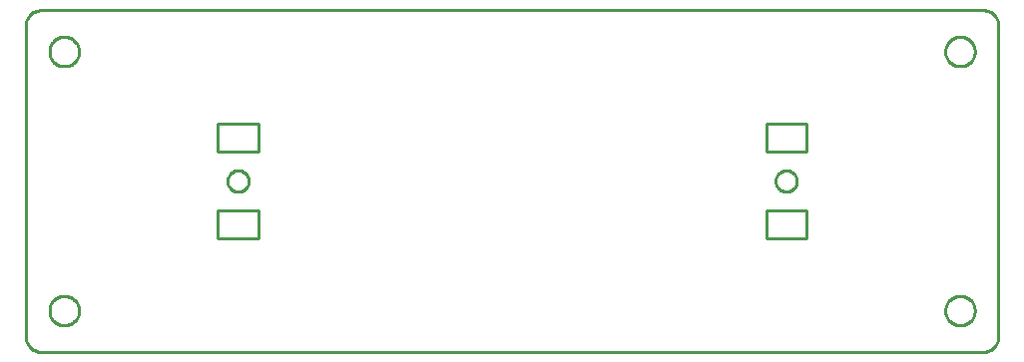
<source format=gbr>
G04 EAGLE Gerber X2 export*
%TF.Part,Single*%
%TF.FileFunction,Profile,NP*%
%TF.FilePolarity,Positive*%
%TF.GenerationSoftware,Autodesk,EAGLE,9.1.0*%
%TF.CreationDate,2020-08-17T16:37:06Z*%
G75*
%MOMM*%
%FSLAX34Y34*%
%LPD*%
%AMOC8*
5,1,8,0,0,1.08239X$1,22.5*%
G01*
%ADD10C,0.254000*%


D10*
X0Y12700D02*
X48Y11593D01*
X193Y10495D01*
X433Y9413D01*
X766Y8356D01*
X1190Y7333D01*
X1701Y6350D01*
X2297Y5416D01*
X2971Y4537D01*
X3720Y3720D01*
X4537Y2971D01*
X5416Y2297D01*
X6350Y1701D01*
X7333Y1190D01*
X8356Y766D01*
X9413Y433D01*
X10495Y193D01*
X11593Y48D01*
X12700Y0D01*
X812300Y0D01*
X813407Y48D01*
X814505Y193D01*
X815587Y433D01*
X816644Y766D01*
X817667Y1190D01*
X818650Y1701D01*
X819584Y2297D01*
X820463Y2971D01*
X821280Y3720D01*
X822029Y4537D01*
X822703Y5416D01*
X823299Y6350D01*
X823810Y7333D01*
X824234Y8356D01*
X824567Y9413D01*
X824807Y10495D01*
X824952Y11593D01*
X825000Y12700D01*
X825000Y277300D01*
X824952Y278407D01*
X824807Y279505D01*
X824567Y280587D01*
X824234Y281644D01*
X823810Y282667D01*
X823299Y283650D01*
X822703Y284584D01*
X822029Y285463D01*
X821280Y286280D01*
X820463Y287029D01*
X819584Y287703D01*
X818650Y288299D01*
X817667Y288810D01*
X816644Y289234D01*
X815587Y289567D01*
X814505Y289807D01*
X813407Y289952D01*
X812300Y290000D01*
X12700Y290000D01*
X11593Y289952D01*
X10495Y289807D01*
X9413Y289567D01*
X8356Y289234D01*
X7333Y288810D01*
X6350Y288299D01*
X5416Y287703D01*
X4537Y287029D01*
X3720Y286280D01*
X2971Y285463D01*
X2297Y284584D01*
X1701Y283650D01*
X1190Y282667D01*
X766Y281644D01*
X433Y280587D01*
X193Y279505D01*
X48Y278407D01*
X0Y277300D01*
X0Y12700D01*
X628000Y170000D02*
X662000Y170000D01*
X662000Y194000D01*
X628000Y194000D01*
X628000Y170000D01*
X163000Y96000D02*
X197000Y96000D01*
X197000Y120000D01*
X163000Y120000D01*
X163000Y96000D01*
X163000Y170000D02*
X197000Y170000D01*
X197000Y194000D01*
X163000Y194000D01*
X163000Y170000D01*
X628000Y96000D02*
X662000Y96000D01*
X662000Y120000D01*
X628000Y120000D01*
X628000Y96000D01*
X189000Y144607D02*
X189000Y145393D01*
X188932Y146176D01*
X188795Y146950D01*
X188592Y147709D01*
X188323Y148447D01*
X187991Y149160D01*
X187598Y149840D01*
X187147Y150484D01*
X186642Y151086D01*
X186086Y151642D01*
X185484Y152147D01*
X184840Y152598D01*
X184160Y152991D01*
X183447Y153323D01*
X182709Y153592D01*
X181950Y153795D01*
X181176Y153932D01*
X180393Y154000D01*
X179607Y154000D01*
X178824Y153932D01*
X178050Y153795D01*
X177291Y153592D01*
X176553Y153323D01*
X175840Y152991D01*
X175160Y152598D01*
X174516Y152147D01*
X173914Y151642D01*
X173358Y151086D01*
X172853Y150484D01*
X172402Y149840D01*
X172009Y149160D01*
X171677Y148447D01*
X171408Y147709D01*
X171205Y146950D01*
X171069Y146176D01*
X171000Y145393D01*
X171000Y144607D01*
X171069Y143824D01*
X171205Y143050D01*
X171408Y142291D01*
X171677Y141553D01*
X172009Y140840D01*
X172402Y140160D01*
X172853Y139516D01*
X173358Y138914D01*
X173914Y138358D01*
X174516Y137853D01*
X175160Y137402D01*
X175840Y137009D01*
X176553Y136677D01*
X177291Y136408D01*
X178050Y136205D01*
X178824Y136069D01*
X179607Y136000D01*
X180393Y136000D01*
X181176Y136069D01*
X181950Y136205D01*
X182709Y136408D01*
X183447Y136677D01*
X184160Y137009D01*
X184840Y137402D01*
X185484Y137853D01*
X186086Y138358D01*
X186642Y138914D01*
X187147Y139516D01*
X187598Y140160D01*
X187991Y140840D01*
X188323Y141553D01*
X188592Y142291D01*
X188795Y143050D01*
X188932Y143824D01*
X189000Y144607D01*
X654000Y144607D02*
X654000Y145393D01*
X653932Y146176D01*
X653795Y146950D01*
X653592Y147709D01*
X653323Y148447D01*
X652991Y149160D01*
X652598Y149840D01*
X652147Y150484D01*
X651642Y151086D01*
X651086Y151642D01*
X650484Y152147D01*
X649840Y152598D01*
X649160Y152991D01*
X648447Y153323D01*
X647709Y153592D01*
X646950Y153795D01*
X646176Y153932D01*
X645393Y154000D01*
X644607Y154000D01*
X643824Y153932D01*
X643050Y153795D01*
X642291Y153592D01*
X641553Y153323D01*
X640840Y152991D01*
X640160Y152598D01*
X639516Y152147D01*
X638914Y151642D01*
X638358Y151086D01*
X637853Y150484D01*
X637402Y149840D01*
X637009Y149160D01*
X636677Y148447D01*
X636408Y147709D01*
X636205Y146950D01*
X636069Y146176D01*
X636000Y145393D01*
X636000Y144607D01*
X636069Y143824D01*
X636205Y143050D01*
X636408Y142291D01*
X636677Y141553D01*
X637009Y140840D01*
X637402Y140160D01*
X637853Y139516D01*
X638358Y138914D01*
X638914Y138358D01*
X639516Y137853D01*
X640160Y137402D01*
X640840Y137009D01*
X641553Y136677D01*
X642291Y136408D01*
X643050Y136205D01*
X643824Y136069D01*
X644607Y136000D01*
X645393Y136000D01*
X646176Y136069D01*
X646950Y136205D01*
X647709Y136408D01*
X648447Y136677D01*
X649160Y137009D01*
X649840Y137402D01*
X650484Y137853D01*
X651086Y138358D01*
X651642Y138914D01*
X652147Y139516D01*
X652598Y140160D01*
X652991Y140840D01*
X653323Y141553D01*
X653592Y142291D01*
X653795Y143050D01*
X653932Y143824D01*
X654000Y144607D01*
X45000Y254509D02*
X45000Y255491D01*
X44923Y256470D01*
X44769Y257441D01*
X44540Y258396D01*
X44236Y259330D01*
X43861Y260237D01*
X43415Y261112D01*
X42901Y261950D01*
X42324Y262745D01*
X41686Y263492D01*
X40992Y264186D01*
X40245Y264824D01*
X39450Y265401D01*
X38612Y265915D01*
X37737Y266361D01*
X36830Y266736D01*
X35896Y267040D01*
X34941Y267269D01*
X33970Y267423D01*
X32991Y267500D01*
X32009Y267500D01*
X31030Y267423D01*
X30060Y267269D01*
X29104Y267040D01*
X28170Y266736D01*
X27263Y266361D01*
X26388Y265915D01*
X25550Y265401D01*
X24755Y264824D01*
X24008Y264186D01*
X23314Y263492D01*
X22676Y262745D01*
X22099Y261950D01*
X21585Y261112D01*
X21139Y260237D01*
X20764Y259330D01*
X20460Y258396D01*
X20231Y257441D01*
X20077Y256470D01*
X20000Y255491D01*
X20000Y254509D01*
X20077Y253530D01*
X20231Y252560D01*
X20460Y251604D01*
X20764Y250670D01*
X21139Y249763D01*
X21585Y248888D01*
X22099Y248050D01*
X22676Y247255D01*
X23314Y246508D01*
X24008Y245814D01*
X24755Y245176D01*
X25550Y244599D01*
X26388Y244085D01*
X27263Y243639D01*
X28170Y243264D01*
X29104Y242960D01*
X30060Y242731D01*
X31030Y242577D01*
X32009Y242500D01*
X32991Y242500D01*
X33970Y242577D01*
X34941Y242731D01*
X35896Y242960D01*
X36830Y243264D01*
X37737Y243639D01*
X38612Y244085D01*
X39450Y244599D01*
X40245Y245176D01*
X40992Y245814D01*
X41686Y246508D01*
X42324Y247255D01*
X42901Y248050D01*
X43415Y248888D01*
X43861Y249763D01*
X44236Y250670D01*
X44540Y251604D01*
X44769Y252560D01*
X44923Y253530D01*
X45000Y254509D01*
X805000Y34509D02*
X805000Y35491D01*
X804923Y36470D01*
X804769Y37441D01*
X804540Y38396D01*
X804236Y39330D01*
X803861Y40237D01*
X803415Y41112D01*
X802901Y41950D01*
X802324Y42745D01*
X801686Y43492D01*
X800992Y44186D01*
X800245Y44824D01*
X799450Y45401D01*
X798612Y45915D01*
X797737Y46361D01*
X796830Y46736D01*
X795896Y47040D01*
X794941Y47269D01*
X793970Y47423D01*
X792991Y47500D01*
X792009Y47500D01*
X791030Y47423D01*
X790060Y47269D01*
X789104Y47040D01*
X788170Y46736D01*
X787263Y46361D01*
X786388Y45915D01*
X785550Y45401D01*
X784755Y44824D01*
X784008Y44186D01*
X783314Y43492D01*
X782676Y42745D01*
X782099Y41950D01*
X781585Y41112D01*
X781139Y40237D01*
X780764Y39330D01*
X780460Y38396D01*
X780231Y37441D01*
X780077Y36470D01*
X780000Y35491D01*
X780000Y34509D01*
X780077Y33530D01*
X780231Y32560D01*
X780460Y31604D01*
X780764Y30670D01*
X781139Y29763D01*
X781585Y28888D01*
X782099Y28050D01*
X782676Y27255D01*
X783314Y26508D01*
X784008Y25814D01*
X784755Y25176D01*
X785550Y24599D01*
X786388Y24085D01*
X787263Y23639D01*
X788170Y23264D01*
X789104Y22960D01*
X790060Y22731D01*
X791030Y22577D01*
X792009Y22500D01*
X792991Y22500D01*
X793970Y22577D01*
X794941Y22731D01*
X795896Y22960D01*
X796830Y23264D01*
X797737Y23639D01*
X798612Y24085D01*
X799450Y24599D01*
X800245Y25176D01*
X800992Y25814D01*
X801686Y26508D01*
X802324Y27255D01*
X802901Y28050D01*
X803415Y28888D01*
X803861Y29763D01*
X804236Y30670D01*
X804540Y31604D01*
X804769Y32560D01*
X804923Y33530D01*
X805000Y34509D01*
X805000Y254509D02*
X805000Y255491D01*
X804923Y256470D01*
X804769Y257441D01*
X804540Y258396D01*
X804236Y259330D01*
X803861Y260237D01*
X803415Y261112D01*
X802901Y261950D01*
X802324Y262745D01*
X801686Y263492D01*
X800992Y264186D01*
X800245Y264824D01*
X799450Y265401D01*
X798612Y265915D01*
X797737Y266361D01*
X796830Y266736D01*
X795896Y267040D01*
X794941Y267269D01*
X793970Y267423D01*
X792991Y267500D01*
X792009Y267500D01*
X791030Y267423D01*
X790060Y267269D01*
X789104Y267040D01*
X788170Y266736D01*
X787263Y266361D01*
X786388Y265915D01*
X785550Y265401D01*
X784755Y264824D01*
X784008Y264186D01*
X783314Y263492D01*
X782676Y262745D01*
X782099Y261950D01*
X781585Y261112D01*
X781139Y260237D01*
X780764Y259330D01*
X780460Y258396D01*
X780231Y257441D01*
X780077Y256470D01*
X780000Y255491D01*
X780000Y254509D01*
X780077Y253530D01*
X780231Y252560D01*
X780460Y251604D01*
X780764Y250670D01*
X781139Y249763D01*
X781585Y248888D01*
X782099Y248050D01*
X782676Y247255D01*
X783314Y246508D01*
X784008Y245814D01*
X784755Y245176D01*
X785550Y244599D01*
X786388Y244085D01*
X787263Y243639D01*
X788170Y243264D01*
X789104Y242960D01*
X790060Y242731D01*
X791030Y242577D01*
X792009Y242500D01*
X792991Y242500D01*
X793970Y242577D01*
X794941Y242731D01*
X795896Y242960D01*
X796830Y243264D01*
X797737Y243639D01*
X798612Y244085D01*
X799450Y244599D01*
X800245Y245176D01*
X800992Y245814D01*
X801686Y246508D01*
X802324Y247255D01*
X802901Y248050D01*
X803415Y248888D01*
X803861Y249763D01*
X804236Y250670D01*
X804540Y251604D01*
X804769Y252560D01*
X804923Y253530D01*
X805000Y254509D01*
X45000Y34509D02*
X45000Y35491D01*
X44923Y36470D01*
X44769Y37441D01*
X44540Y38396D01*
X44236Y39330D01*
X43861Y40237D01*
X43415Y41112D01*
X42901Y41950D01*
X42324Y42745D01*
X41686Y43492D01*
X40992Y44186D01*
X40245Y44824D01*
X39450Y45401D01*
X38612Y45915D01*
X37737Y46361D01*
X36830Y46736D01*
X35896Y47040D01*
X34941Y47269D01*
X33970Y47423D01*
X32991Y47500D01*
X32009Y47500D01*
X31030Y47423D01*
X30060Y47269D01*
X29104Y47040D01*
X28170Y46736D01*
X27263Y46361D01*
X26388Y45915D01*
X25550Y45401D01*
X24755Y44824D01*
X24008Y44186D01*
X23314Y43492D01*
X22676Y42745D01*
X22099Y41950D01*
X21585Y41112D01*
X21139Y40237D01*
X20764Y39330D01*
X20460Y38396D01*
X20231Y37441D01*
X20077Y36470D01*
X20000Y35491D01*
X20000Y34509D01*
X20077Y33530D01*
X20231Y32560D01*
X20460Y31604D01*
X20764Y30670D01*
X21139Y29763D01*
X21585Y28888D01*
X22099Y28050D01*
X22676Y27255D01*
X23314Y26508D01*
X24008Y25814D01*
X24755Y25176D01*
X25550Y24599D01*
X26388Y24085D01*
X27263Y23639D01*
X28170Y23264D01*
X29104Y22960D01*
X30060Y22731D01*
X31030Y22577D01*
X32009Y22500D01*
X32991Y22500D01*
X33970Y22577D01*
X34941Y22731D01*
X35896Y22960D01*
X36830Y23264D01*
X37737Y23639D01*
X38612Y24085D01*
X39450Y24599D01*
X40245Y25176D01*
X40992Y25814D01*
X41686Y26508D01*
X42324Y27255D01*
X42901Y28050D01*
X43415Y28888D01*
X43861Y29763D01*
X44236Y30670D01*
X44540Y31604D01*
X44769Y32560D01*
X44923Y33530D01*
X45000Y34509D01*
M02*

</source>
